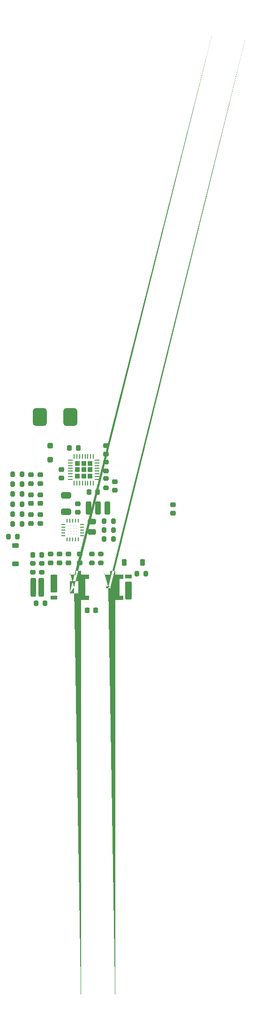
<source format=gbr>
%TF.GenerationSoftware,KiCad,Pcbnew,8.0.5*%
%TF.CreationDate,2024-10-03T20:59:06+02:00*%
%TF.ProjectId,BatteryMonitor,42617474-6572-4794-9d6f-6e69746f722e,rev?*%
%TF.SameCoordinates,Original*%
%TF.FileFunction,Paste,Top*%
%TF.FilePolarity,Positive*%
%FSLAX46Y46*%
G04 Gerber Fmt 4.6, Leading zero omitted, Abs format (unit mm)*
G04 Created by KiCad (PCBNEW 8.0.5) date 2024-10-03 20:59:06*
%MOMM*%
%LPD*%
G01*
G04 APERTURE LIST*
G04 Aperture macros list*
%AMRoundRect*
0 Rectangle with rounded corners*
0 $1 Rounding radius*
0 $2 $3 $4 $5 $6 $7 $8 $9 X,Y pos of 4 corners*
0 Add a 4 corners polygon primitive as box body*
4,1,4,$2,$3,$4,$5,$6,$7,$8,$9,$2,$3,0*
0 Add four circle primitives for the rounded corners*
1,1,$1+$1,$2,$3*
1,1,$1+$1,$4,$5*
1,1,$1+$1,$6,$7*
1,1,$1+$1,$8,$9*
0 Add four rect primitives between the rounded corners*
20,1,$1+$1,$2,$3,$4,$5,0*
20,1,$1+$1,$4,$5,$6,$7,0*
20,1,$1+$1,$6,$7,$8,$9,0*
20,1,$1+$1,$8,$9,$2,$3,0*%
%AMFreePoly0*
4,1,93,-0.830491,2.973079,-0.794443,2.958147,-0.766853,2.930557,-0.751921,2.894509,-0.750000,2.875000,-0.750000,2.280000,0.350000,2.280000,0.350000,2.875000,0.351921,2.894509,0.366853,2.930557,0.394443,2.958147,0.430491,2.973079,0.450000,2.975000,1.160000,2.975000,1.179509,2.973079,1.215557,2.958147,1.243147,2.930557,1.258079,2.894509,1.260000,2.875000,1.260000,2.280000,
2.630000,2.280000,2.649509,2.278079,2.685557,2.263147,2.713147,2.235557,2.728079,2.199509,2.730000,2.180000,2.730000,1.630000,2.728079,1.610491,2.713147,1.574443,2.685557,1.546853,2.649509,1.531921,2.630000,1.530000,2.030000,1.530000,2.030000,-1.530000,2.630000,-1.530000,2.649509,-1.531921,2.685557,-1.546853,2.713147,-1.574443,2.728079,-1.610491,2.730000,-1.630000,
2.730000,-2.180000,2.728079,-2.199509,2.713147,-2.235557,2.685557,-2.263147,2.649509,-2.278079,2.630000,-2.280000,1.260000,-2.280000,1.260000,-2.875000,1.258079,-2.894509,1.243147,-2.930557,1.215557,-2.958147,1.179509,-2.973079,1.160000,-2.975000,0.450000,-2.975000,0.430491,-2.973079,0.394443,-2.958147,0.366853,-2.930557,0.351921,-2.894509,0.350000,-2.875000,0.350000,-2.280000,
-0.750000,-2.280000,-0.750000,-2.875000,-0.751921,-2.894509,-0.766853,-2.930557,-0.794443,-2.958147,-0.830491,-2.973079,-0.850000,-2.975000,-1.560000,-2.975000,-1.579509,-2.973079,-1.615557,-2.958147,-1.643147,-2.930557,-1.658079,-2.894509,-1.660000,-2.875000,-1.660000,-2.280000,-1.827000,-2.280000,-1.904685,-2.264548,-1.970543,-2.220543,-2.014548,-2.154685,-2.030000,-2.077000,-2.030000,2.077000,
-2.014548,2.154685,-1.970543,2.220543,-1.904685,2.264548,-1.827000,2.280000,-1.660000,2.280000,-1.660000,2.875000,-1.658079,2.894509,-1.643147,2.930557,-1.615557,2.958147,-1.579509,2.973079,-1.560000,2.975000,-0.850000,2.975000,-0.830491,2.973079,-0.830491,2.973079,$1*%
G04 Aperture macros list end*
%ADD10RoundRect,0.232500X0.232500X0.232500X-0.232500X0.232500X-0.232500X-0.232500X0.232500X-0.232500X0*%
%ADD11RoundRect,0.062500X0.375000X0.062500X-0.375000X0.062500X-0.375000X-0.062500X0.375000X-0.062500X0*%
%ADD12RoundRect,0.062500X0.062500X0.375000X-0.062500X0.375000X-0.062500X-0.375000X0.062500X-0.375000X0*%
%ADD13R,0.000001X0.000001*%
%ADD14O,0.700000X0.240000*%
%ADD15O,0.240000X0.700000*%
%ADD16RoundRect,0.237500X0.237500X-0.987500X0.237500X0.987500X-0.237500X0.987500X-0.237500X-0.987500X0*%
%ADD17RoundRect,0.237500X-0.237500X0.987500X-0.237500X-0.987500X0.237500X-0.987500X0.237500X0.987500X0*%
%ADD18RoundRect,0.200000X0.200000X0.275000X-0.200000X0.275000X-0.200000X-0.275000X0.200000X-0.275000X0*%
%ADD19RoundRect,0.250000X-0.250000X-1.450000X0.250000X-1.450000X0.250000X1.450000X-0.250000X1.450000X0*%
%ADD20RoundRect,0.200000X-0.200000X-0.275000X0.200000X-0.275000X0.200000X0.275000X-0.200000X0.275000X0*%
%ADD21RoundRect,0.200000X-0.275000X0.200000X-0.275000X-0.200000X0.275000X-0.200000X0.275000X0.200000X0*%
%ADD22RoundRect,0.200000X0.275000X-0.200000X0.275000X0.200000X-0.275000X0.200000X-0.275000X-0.200000X0*%
%ADD23FreePoly0,180.000000*%
%ADD24RoundRect,0.187500X0.427500X0.187500X-0.427500X0.187500X-0.427500X-0.187500X0.427500X-0.187500X0*%
%ADD25RoundRect,0.307500X0.307500X1.337500X-0.307500X1.337500X-0.307500X-1.337500X0.307500X-1.337500X0*%
%ADD26RoundRect,0.307500X-0.307500X-1.337500X0.307500X-1.337500X0.307500X1.337500X-0.307500X1.337500X0*%
%ADD27RoundRect,0.187500X-0.427500X-0.187500X0.427500X-0.187500X0.427500X0.187500X-0.427500X0.187500X0*%
%ADD28FreePoly0,0.000000*%
%ADD29RoundRect,0.462963X-0.787037X-1.127037X0.787037X-1.127037X0.787037X1.127037X-0.787037X1.127037X0*%
%ADD30RoundRect,0.225000X-0.375000X0.225000X-0.375000X-0.225000X0.375000X-0.225000X0.375000X0.225000X0*%
%ADD31RoundRect,0.225000X-0.225000X-0.375000X0.225000X-0.375000X0.225000X0.375000X-0.225000X0.375000X0*%
%ADD32RoundRect,0.250000X0.250000X-0.250000X0.250000X0.250000X-0.250000X0.250000X-0.250000X-0.250000X0*%
%ADD33RoundRect,0.225000X-0.250000X0.225000X-0.250000X-0.225000X0.250000X-0.225000X0.250000X0.225000X0*%
%ADD34RoundRect,0.225000X-0.225000X-0.250000X0.225000X-0.250000X0.225000X0.250000X-0.225000X0.250000X0*%
%ADD35RoundRect,0.225000X0.250000X-0.225000X0.250000X0.225000X-0.250000X0.225000X-0.250000X-0.225000X0*%
%ADD36RoundRect,0.250000X0.475000X-0.250000X0.475000X0.250000X-0.475000X0.250000X-0.475000X-0.250000X0*%
%ADD37RoundRect,0.250000X-0.650000X0.325000X-0.650000X-0.325000X0.650000X-0.325000X0.650000X0.325000X0*%
%ADD38RoundRect,0.225000X0.225000X0.250000X-0.225000X0.250000X-0.225000X-0.250000X0.225000X-0.250000X0*%
G04 APERTURE END LIST*
D10*
%TO.C,U2*%
X153050000Y-94650000D03*
X153050000Y-93500000D03*
X153050000Y-92350000D03*
X151900000Y-94650000D03*
X151900000Y-93500000D03*
X151900000Y-92350000D03*
X150750000Y-94650000D03*
X150750000Y-93500000D03*
X150750000Y-92350000D03*
D11*
X154337500Y-95250000D03*
X154337500Y-94750000D03*
X154337500Y-94250000D03*
X154337500Y-93750000D03*
X154337500Y-93250000D03*
X154337500Y-92750000D03*
X154337500Y-92250000D03*
X154337500Y-91750000D03*
D12*
X153650000Y-91062500D03*
X153150000Y-91062500D03*
X152650000Y-91062500D03*
X152150000Y-91062500D03*
X151650000Y-91062500D03*
X151150000Y-91062500D03*
X150650000Y-91062500D03*
X150150000Y-91062500D03*
D11*
X149462500Y-91750000D03*
X149462500Y-92250000D03*
X149462500Y-92750000D03*
X149462500Y-93250000D03*
X149462500Y-93750000D03*
X149462500Y-94250000D03*
X149462500Y-94750000D03*
X149462500Y-95250000D03*
D12*
X150150000Y-95937500D03*
X150650000Y-95937500D03*
X151150000Y-95937500D03*
X151650000Y-95937500D03*
X152150000Y-95937500D03*
X152650000Y-95937500D03*
X153150000Y-95937500D03*
X153650000Y-95937500D03*
%TD*%
D13*
%TO.C,U1*%
X149131251Y-103631251D03*
X149131251Y-104143751D03*
X149131251Y-104656249D03*
X149131251Y-105168749D03*
X149643751Y-103631251D03*
X149643751Y-104143751D03*
X149643751Y-104656249D03*
X149643751Y-105168749D03*
X150156249Y-103631251D03*
X150156249Y-104143751D03*
X150156249Y-104656249D03*
X150156249Y-105168749D03*
X150668749Y-103631251D03*
X150668749Y-104143751D03*
X150668749Y-104656249D03*
X150668749Y-105168749D03*
D14*
X148200000Y-103400000D03*
X148200000Y-103900000D03*
X148200000Y-104400000D03*
X148200000Y-104900000D03*
X148200000Y-105400000D03*
D15*
X148900000Y-106100000D03*
X149400000Y-106100000D03*
X149900000Y-106100000D03*
X150400000Y-106100000D03*
X150900000Y-106100000D03*
D14*
X151600000Y-105400000D03*
X151600000Y-104900000D03*
X151600000Y-104400000D03*
X151600000Y-103900000D03*
X151600000Y-103400000D03*
D15*
X150900000Y-102700000D03*
X150400000Y-102700000D03*
X149900000Y-102700000D03*
X149400000Y-102700000D03*
X148900000Y-102700000D03*
%TD*%
D16*
%TO.C,TP5*%
X152800000Y-100400000D03*
%TD*%
D17*
%TO.C,TP4*%
X154500000Y-100400000D03*
%TD*%
D16*
%TO.C,TP3*%
X156200000Y-100400000D03*
%TD*%
D18*
%TO.C,R18*%
X138275000Y-105600000D03*
X139925000Y-105600000D03*
%TD*%
D19*
%TO.C,R17*%
X142750000Y-114700000D03*
X144250000Y-114700000D03*
%TD*%
D20*
%TO.C,R16*%
X161475000Y-112300000D03*
X163125000Y-112300000D03*
%TD*%
D18*
%TO.C,R15*%
X144925000Y-117600000D03*
X143275000Y-117600000D03*
%TD*%
D21*
%TO.C,R14*%
X144300000Y-110375000D03*
X144300000Y-112025000D03*
%TD*%
%TO.C,R13*%
X142700000Y-110375000D03*
X142700000Y-112025000D03*
%TD*%
%TO.C,R12*%
X155000000Y-108675000D03*
X155000000Y-110325000D03*
%TD*%
%TO.C,R11*%
X153400000Y-108675000D03*
X153400000Y-110325000D03*
%TD*%
D20*
%TO.C,R10*%
X140725000Y-103300000D03*
X139075000Y-103300000D03*
%TD*%
%TO.C,R9*%
X140725000Y-101500000D03*
X139075000Y-101500000D03*
%TD*%
%TO.C,R8*%
X140725000Y-99700000D03*
X139075000Y-99700000D03*
%TD*%
%TO.C,R7*%
X139075000Y-97900000D03*
X140725000Y-97900000D03*
%TD*%
%TO.C,R6*%
X139075000Y-96100000D03*
X140725000Y-96100000D03*
%TD*%
%TO.C,R5*%
X139075000Y-94300000D03*
X140725000Y-94300000D03*
%TD*%
D18*
%TO.C,R4*%
X157225000Y-106000000D03*
X155575000Y-106000000D03*
%TD*%
%TO.C,R3*%
X157225000Y-104400000D03*
X155575000Y-104400000D03*
%TD*%
%TO.C,R2*%
X157225000Y-102800000D03*
X155575000Y-102800000D03*
%TD*%
D22*
%TO.C,R1*%
X155900000Y-96725000D03*
X155900000Y-95075000D03*
%TD*%
D23*
%TO.C,Q2*%
X156355000Y-114700000D03*
D24*
X159960000Y-112795000D03*
D25*
X159960000Y-115335000D03*
%TD*%
D26*
%TO.C,Q1*%
X146540000Y-114065000D03*
D27*
X146540000Y-116605000D03*
D28*
X150145000Y-114700000D03*
%TD*%
D29*
%TO.C,F1*%
X143950000Y-84000000D03*
X149450000Y-84000000D03*
%TD*%
D30*
%TO.C,D3*%
X139600000Y-107150000D03*
X139600000Y-110450000D03*
%TD*%
D31*
%TO.C,D2*%
X159250000Y-110200000D03*
X162550000Y-110200000D03*
%TD*%
D32*
%TO.C,D1*%
X145800000Y-89150000D03*
X145800000Y-91650000D03*
%TD*%
D33*
%TO.C,C22*%
X151200000Y-108725000D03*
X151200000Y-110275000D03*
%TD*%
D34*
%TO.C,C21*%
X152525000Y-118900000D03*
X154075000Y-118900000D03*
%TD*%
D33*
%TO.C,C20*%
X168000000Y-99825000D03*
X168000000Y-101375000D03*
%TD*%
%TO.C,C19*%
X145900000Y-108725000D03*
X145900000Y-110275000D03*
%TD*%
D35*
%TO.C,C18*%
X149100000Y-110275000D03*
X149100000Y-108725000D03*
%TD*%
D33*
%TO.C,C17*%
X147490000Y-108725000D03*
X147490000Y-110275000D03*
%TD*%
D34*
%TO.C,C16*%
X142725000Y-108890000D03*
X144275000Y-108890000D03*
%TD*%
D33*
%TO.C,C15*%
X144100000Y-103175000D03*
X144100000Y-101625000D03*
%TD*%
%TO.C,C14*%
X142400000Y-103175000D03*
X142400000Y-101625000D03*
%TD*%
%TO.C,C13*%
X144100000Y-99575000D03*
X144100000Y-98025000D03*
%TD*%
%TO.C,C12*%
X142400000Y-99575000D03*
X142400000Y-98025000D03*
%TD*%
%TO.C,C11*%
X144100000Y-95975000D03*
X144100000Y-94425000D03*
%TD*%
%TO.C,C10*%
X142400000Y-95975000D03*
X142400000Y-94425000D03*
%TD*%
%TO.C,C9*%
X157500000Y-95625000D03*
X157500000Y-97175000D03*
%TD*%
D36*
%TO.C,C8*%
X153400000Y-104750000D03*
X153400000Y-102850000D03*
%TD*%
D33*
%TO.C,C7*%
X150800000Y-99625000D03*
X150800000Y-101175000D03*
%TD*%
D37*
%TO.C,C6*%
X148700000Y-98125000D03*
X148700000Y-101075000D03*
%TD*%
D33*
%TO.C,C5*%
X155900000Y-89125000D03*
X155900000Y-90675000D03*
%TD*%
D34*
%TO.C,C4*%
X152825000Y-97500000D03*
X154375000Y-97500000D03*
%TD*%
D33*
%TO.C,C3*%
X147900000Y-93425000D03*
X147900000Y-94975000D03*
%TD*%
D38*
%TO.C,C2*%
X150875000Y-89600000D03*
X149325000Y-89600000D03*
%TD*%
D35*
%TO.C,C1*%
X155900000Y-93675000D03*
X155900000Y-92125000D03*
%TD*%
M02*

</source>
